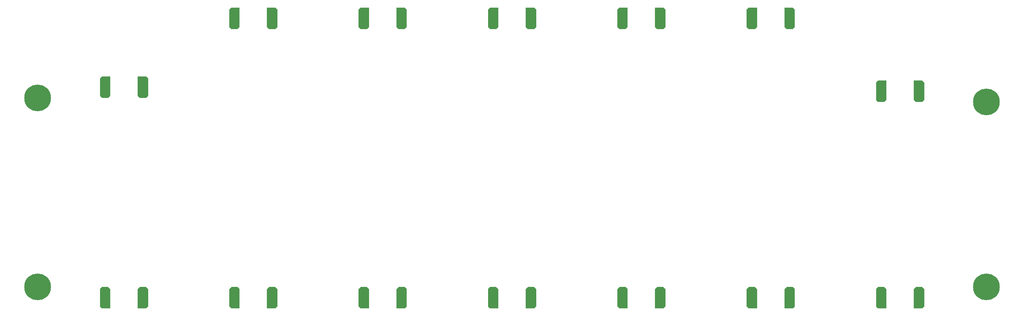
<source format=gbr>
%FSTAX66Y66*%
%MOMM*%
%SFA1B1*%

%IPPOS*%
%ADD25C,6.203188*%
%LNduts_soldermask_bot-1*%
%LPD*%
G36*
X000111824998Y000065481987D02*
X000111342398Y000064999387D01*
X000109894598*
X000109411998Y000065481987*
Y000069516777*
X000109894598Y000069999377*
X000111824998*
Y000065481987*
G37*
G36*
X000090587982Y000069516371D02*
Y000065481581D01*
X000090105382Y000064998981*
X000088657582*
X000088174982Y000065481581*
Y000069998971*
X000090105382*
X000090587982Y000069516371*
G37*
G36*
X000081824982Y000065481581D02*
X000081342382Y000064998981D01*
X000079894582*
X000079411982Y000065481581*
Y000069516371*
X000079894582Y000069998971*
X000081824982*
Y000065481581*
G37*
G36*
X000060587991Y00006951599D02*
Y000065481174D01*
X000060105391Y000064998574*
X000058657591*
X000058174991Y000065481174*
Y00006999859*
X000060105391*
X000060587991Y00006951599*
G37*
G36*
X000051824991Y000065481174D02*
X000051342391Y000064998574D01*
X000049894591*
X000049411991Y000065481174*
Y00006951599*
X000049894591Y00006999859*
X000051824991*
Y000065481174*
G37*
G36*
X000030587975Y000053515768D02*
Y000049480978D01*
X000030105375Y000048998378*
X000028657575*
X000028174975Y000049480978*
Y000053998368*
X000030105375*
X000030587975Y000053515768*
G37*
G36*
X000021824975Y000049480978D02*
X000021342375Y000048998378D01*
X000019894575*
X000019411975Y000049480978*
Y000053515768*
X000019894575Y000053998368*
X000021824975*
Y000049480978*
G37*
G36*
X000111824998Y000004518406D02*
Y00000000099D01*
X000109894598*
X000109411998Y00000048359*
Y000004518406*
X000109894598Y000005001006*
X000111342398*
X000111824998Y000004518406*
G37*
G36*
X000090587982Y000004517999D02*
Y000000483184D01*
X000090105382Y000000000584*
X000088174982*
Y000004517999*
X000088657582Y000005000599*
X000090105382*
X000090587982Y000004517999*
G37*
G36*
X000081824982D02*
Y000000000584D01*
X000079894582*
X000079411982Y000000483184*
Y000004517999*
X000079894582Y000005000599*
X000081342382*
X000081824982Y000004517999*
G37*
G36*
X000060587991Y000004517593D02*
Y000000482777D01*
X000060105391Y000000000177*
X000058174991*
Y000004517593*
X000058657591Y000005000193*
X000060105391*
X000060587991Y000004517593*
G37*
G36*
X000051824991D02*
Y000000000177D01*
X000049894591*
X000049411991Y000000482777*
Y000004517593*
X000049894591Y000005000193*
X000051342391*
X000051824991Y000004517593*
G37*
G36*
X000030587975Y000004517186D02*
Y000000482396D01*
X000030105375Y-000000000177*
X000028174975*
Y000004517186*
X000028657575Y000004999786*
X000030105375*
X000030587975Y000004517186*
G37*
G36*
X000021824975D02*
Y-000000000177D01*
X000019894575*
X000019411975Y000000482396*
Y000004517186*
X000019894575Y000004999786*
X000021342375*
X000021824975Y000004517186*
G37*
G36*
X000180588005Y00006951759D02*
Y000065482774D01*
X000180105405Y000065000174*
X000178657605*
X00017817498Y000065482774*
Y00007000019*
X000180105405*
X000180588005Y00006951759*
G37*
G36*
X000171825005Y000065482774D02*
X000171342405Y000065000174D01*
X000169894605*
X00016941198Y000065482774*
Y00006951759*
X000169894605Y00007000019*
X000171825005*
Y000065482774*
G37*
G36*
X000150587989Y000069517183D02*
Y000065482393D01*
X000150105389Y000064999793*
X000148657589*
X000148174989Y000065482393*
Y000069999783*
X000150105389*
X000150587989Y000069517183*
G37*
G36*
X000141824989Y000065482393D02*
X000141342389Y000064999793D01*
X000139894589*
X000139411989Y000065482393*
Y000069517183*
X000139894589Y000069999783*
X000141824989*
Y000065482393*
G37*
G36*
X000120587998Y000069516777D02*
Y000065481987D01*
X000120105398Y000064999387*
X000118657598*
X000118174998Y000065481987*
Y000069999377*
X000120105398*
X000120587998Y000069516777*
G37*
G36*
X000210587996Y000052518183D02*
Y000048483393D01*
X000210105396Y000048000793*
X000208657596*
X000208174996Y000048483393*
Y000053000783*
X000210105396*
X000210587996Y000052518183*
G37*
G36*
X000201824996Y000048483393D02*
X000201342396Y000048000793D01*
X000199894596*
X000199411996Y000048483393*
Y000052518183*
X000199894596Y000053000783*
X000201824996*
Y000048483393*
G37*
G36*
X000210587996Y000004519803D02*
Y000000484987D01*
X000210105396Y000000002387*
X000208174996*
Y000004519803*
X000208657596Y000005002403*
X000210105396*
X000210587996Y000004519803*
G37*
G36*
X000201824996D02*
Y000000002387D01*
X000199894596*
X000199411996Y000000484987*
Y000004519803*
X000199894596Y000005002403*
X000201342396*
X000201824996Y000004519803*
G37*
G36*
X000180588005Y000004519193D02*
Y000000484403D01*
X000180105405Y000000001803*
X00017817498*
Y000004519193*
X000178657605Y000005001793*
X000180105405*
X000180588005Y000004519193*
G37*
G36*
X000171825005D02*
Y000000001803D01*
X000169894605*
X00016941198Y000000484403*
Y000004519193*
X000169894605Y000005001793*
X000171342405*
X000171825005Y000004519193*
G37*
G36*
X000150587989Y000004518787D02*
Y000000483997D01*
X000150105389Y000000001397*
X000148174989*
Y000004518787*
X000148657589Y000005001387*
X000150105389*
X000150587989Y000004518787*
G37*
G36*
X000141824989D02*
Y000000001397D01*
X000139894589*
X000139411989Y000000483997*
Y000004518787*
X000139894589Y000005001387*
X000141342389*
X000141824989Y000004518787*
G37*
G36*
X000120587998Y000004518406D02*
Y00000048359D01*
X000120105398Y00000000099*
X000118174998*
Y000004518406*
X000118657598Y000005001006*
X000120105398*
X000120587998Y000004518406*
G37*
G54D25*
X00000499999Y000049000003D03*
X000224999981Y00004799998D03*
X000224999956Y000005001615D03*
X00000499999Y000005000015D03*
M02*
</source>
